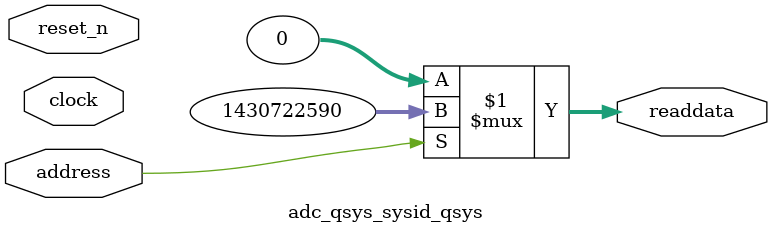
<source format=v>

`timescale 1ns / 1ps
// synthesis translate_on

// turn off superfluous verilog processor warnings 
// altera message_level Level1 
// altera message_off 10034 10035 10036 10037 10230 10240 10030 

module adc_qsys_sysid_qsys (
               // inputs:
                address,
                clock,
                reset_n,

               // outputs:
                readdata
             )
;

  output  [ 31: 0] readdata;
  input            address;
  input            clock;
  input            reset_n;

  wire    [ 31: 0] readdata;
  //control_slave, which is an e_avalon_slave
  assign readdata = address ? 1430722590 : 0;

endmodule




</source>
